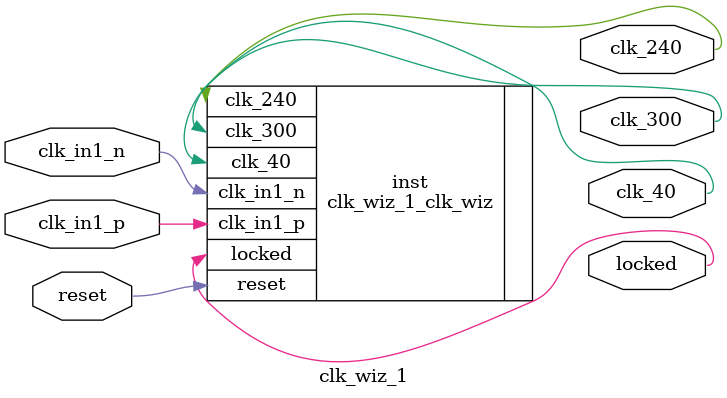
<source format=v>


`timescale 1ps/1ps

(* CORE_GENERATION_INFO = "clk_wiz_1,clk_wiz_v6_0_4_0_0,{component_name=clk_wiz_1,use_phase_alignment=true,use_min_o_jitter=false,use_max_i_jitter=false,use_dyn_phase_shift=false,use_inclk_switchover=false,use_dyn_reconfig=false,enable_axi=0,feedback_source=FDBK_AUTO,PRIMITIVE=MMCM,num_out_clk=3,clkin1_period=6.400,clkin2_period=10.000,use_power_down=false,use_reset=true,use_locked=true,use_inclk_stopped=false,feedback_type=SINGLE,CLOCK_MGR_TYPE=NA,manual_override=false}" *)

module clk_wiz_1 
 (
  // Clock out ports
  output        clk_240,
  output        clk_40,
  output        clk_300,
  // Status and control signals
  input         reset,
  output        locked,
 // Clock in ports
  input         clk_in1_p,
  input         clk_in1_n
 );

  clk_wiz_1_clk_wiz inst
  (
  // Clock out ports  
  .clk_240(clk_240),
  .clk_40(clk_40),
  .clk_300(clk_300),
  // Status and control signals               
  .reset(reset), 
  .locked(locked),
 // Clock in ports
  .clk_in1_p(clk_in1_p),
  .clk_in1_n(clk_in1_n)
  );

endmodule

</source>
